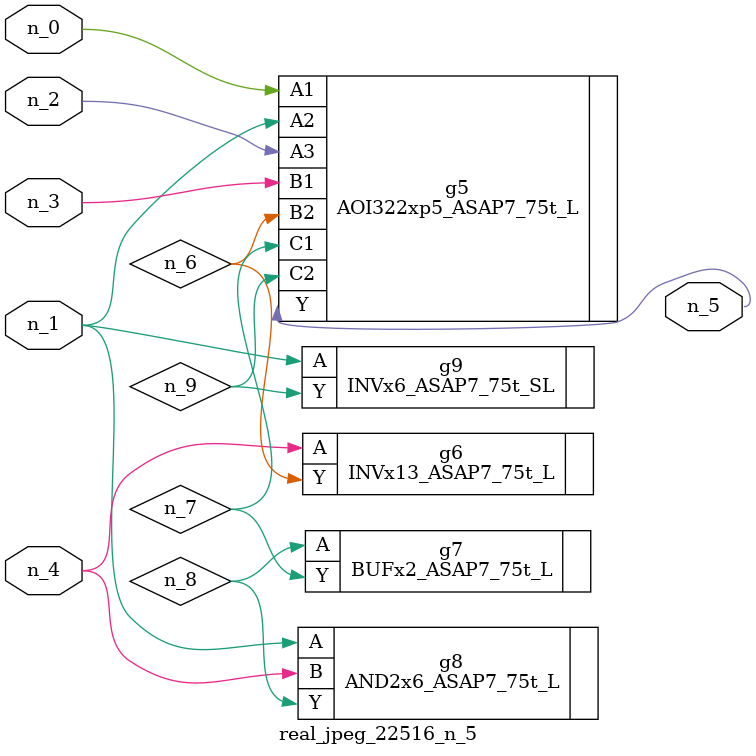
<source format=v>
module real_jpeg_22516_n_5 (n_4, n_0, n_1, n_2, n_3, n_5);

input n_4;
input n_0;
input n_1;
input n_2;
input n_3;

output n_5;

wire n_8;
wire n_6;
wire n_7;
wire n_9;

AOI322xp5_ASAP7_75t_L g5 ( 
.A1(n_0),
.A2(n_1),
.A3(n_2),
.B1(n_3),
.B2(n_6),
.C1(n_7),
.C2(n_9),
.Y(n_5)
);

AND2x6_ASAP7_75t_L g8 ( 
.A(n_1),
.B(n_4),
.Y(n_8)
);

INVx6_ASAP7_75t_SL g9 ( 
.A(n_1),
.Y(n_9)
);

INVx13_ASAP7_75t_L g6 ( 
.A(n_4),
.Y(n_6)
);

BUFx2_ASAP7_75t_L g7 ( 
.A(n_8),
.Y(n_7)
);


endmodule
</source>
